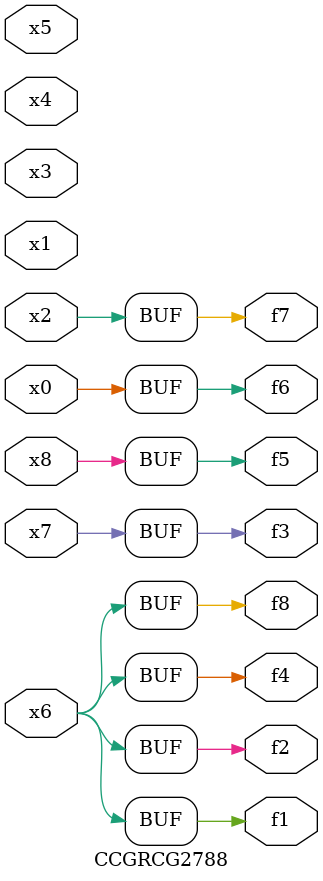
<source format=v>
module CCGRCG2788(
	input x0, x1, x2, x3, x4, x5, x6, x7, x8,
	output f1, f2, f3, f4, f5, f6, f7, f8
);
	assign f1 = x6;
	assign f2 = x6;
	assign f3 = x7;
	assign f4 = x6;
	assign f5 = x8;
	assign f6 = x0;
	assign f7 = x2;
	assign f8 = x6;
endmodule

</source>
